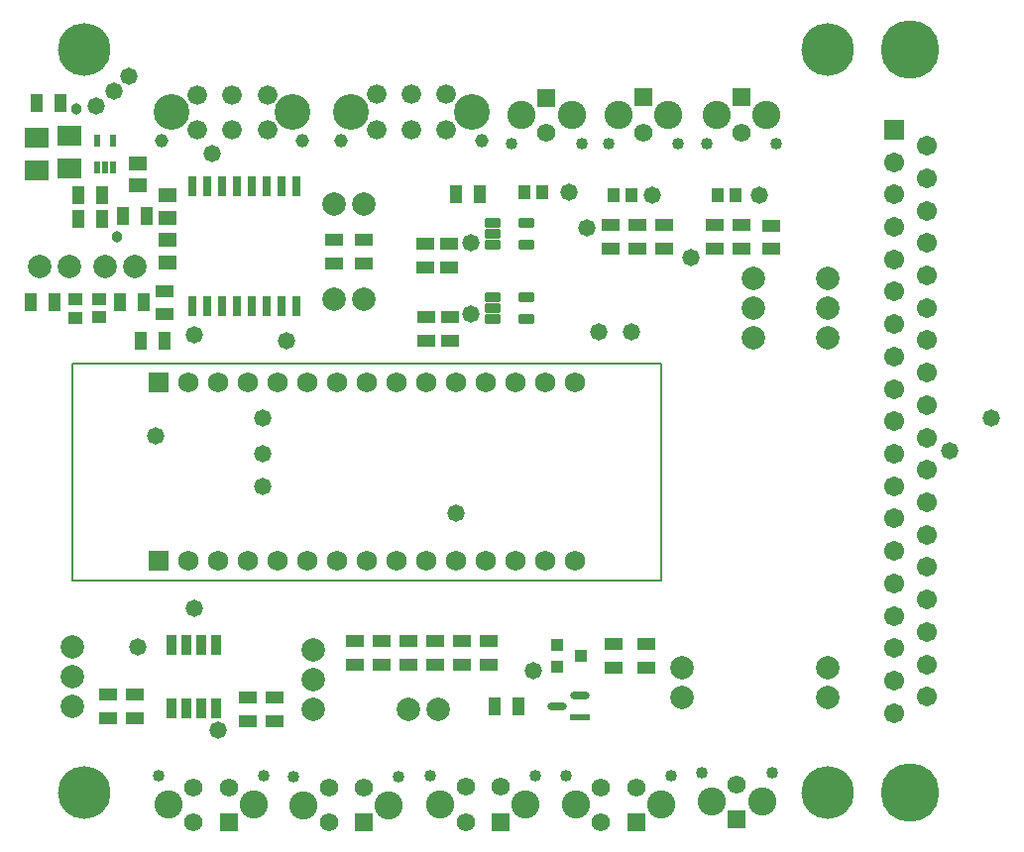
<source format=gts>
G04*
G04 #@! TF.GenerationSoftware,Altium Limited,Altium Designer,23.1.1 (15)*
G04*
G04 Layer_Color=8388736*
%FSLAX25Y25*%
%MOIN*%
G70*
G04*
G04 #@! TF.SameCoordinates,8C77E051-C172-4F39-AE62-CDD73B8C3D6F*
G04*
G04*
G04 #@! TF.FilePolarity,Negative*
G04*
G01*
G75*
%ADD16C,0.00500*%
G04:AMPARAMS|DCode=21|XSize=65.3mil|YSize=24.68mil|CornerRadius=12.34mil|HoleSize=0mil|Usage=FLASHONLY|Rotation=180.000|XOffset=0mil|YOffset=0mil|HoleType=Round|Shape=RoundedRectangle|*
%AMROUNDEDRECTD21*
21,1,0.06530,0.00000,0,0,180.0*
21,1,0.04063,0.02468,0,0,180.0*
1,1,0.02468,-0.02031,0.00000*
1,1,0.02468,0.02031,0.00000*
1,1,0.02468,0.02031,0.00000*
1,1,0.02468,-0.02031,0.00000*
%
%ADD21ROUNDEDRECTD21*%
%ADD22R,0.06530X0.02468*%
%ADD32R,0.04343X0.06115*%
%ADD33R,0.02375X0.04343*%
%ADD34R,0.06115X0.04343*%
%ADD35R,0.03162X0.06706*%
%ADD36C,0.03800*%
%ADD37R,0.03359X0.06902*%
%ADD38R,0.07887X0.06509*%
%ADD39R,0.06312X0.04934*%
%ADD40R,0.04343X0.04540*%
G04:AMPARAMS|DCode=41|XSize=33.59mil|YSize=55.24mil|CornerRadius=5.92mil|HoleSize=0mil|Usage=FLASHONLY|Rotation=90.000|XOffset=0mil|YOffset=0mil|HoleType=Round|Shape=RoundedRectangle|*
%AMROUNDEDRECTD41*
21,1,0.03359,0.04341,0,0,90.0*
21,1,0.02175,0.05524,0,0,90.0*
1,1,0.01184,0.02170,0.01088*
1,1,0.01184,0.02170,-0.01088*
1,1,0.01184,-0.02170,-0.01088*
1,1,0.01184,-0.02170,0.01088*
%
%ADD41ROUNDEDRECTD41*%
%ADD42R,0.04343X0.03950*%
%ADD43R,0.04540X0.04343*%
%ADD44C,0.06584*%
%ADD45C,0.12057*%
%ADD46C,0.04616*%
%ADD47R,0.06824X0.06824*%
%ADD48C,0.06824*%
%ADD49C,0.07887*%
%ADD50C,0.04016*%
%ADD51C,0.06181*%
%ADD52R,0.06181X0.06181*%
%ADD53C,0.09488*%
%ADD54C,0.06706*%
%ADD55R,0.06706X0.06706*%
%ADD56C,0.19698*%
%ADD57C,0.17729*%
%ADD58C,0.05800*%
D16*
X21004Y96504D02*
X218996D01*
X21004D02*
Y169496D01*
X218996D01*
Y96504D02*
Y169496D01*
X21004Y96504D02*
X218996D01*
X21004D02*
Y169496D01*
X218996D01*
Y96504D02*
Y169496D01*
D21*
X184000Y54000D02*
D03*
X191691Y57602D02*
D03*
D22*
Y50398D02*
D03*
D32*
X17000Y257000D02*
D03*
X9126D02*
D03*
X51874Y177000D02*
D03*
X44000D02*
D03*
X38063Y219000D02*
D03*
X45937D02*
D03*
X23063Y218000D02*
D03*
X30937D02*
D03*
X23063Y226000D02*
D03*
X30937D02*
D03*
X158000Y226443D02*
D03*
X150126D02*
D03*
X171000Y54000D02*
D03*
X163126D02*
D03*
X37063Y190000D02*
D03*
X44937D02*
D03*
X14937D02*
D03*
X7063D02*
D03*
D33*
X29441Y244528D02*
D03*
X34559D02*
D03*
Y235472D02*
D03*
X32000D02*
D03*
X29441D02*
D03*
D34*
X161000Y75937D02*
D03*
Y68063D02*
D03*
X152000Y75937D02*
D03*
Y68063D02*
D03*
X143000Y75937D02*
D03*
Y68063D02*
D03*
X134000Y75937D02*
D03*
Y68063D02*
D03*
X125000Y75937D02*
D03*
Y68063D02*
D03*
X116000Y75937D02*
D03*
Y68063D02*
D03*
X214000Y75000D02*
D03*
Y67126D02*
D03*
X80000Y57000D02*
D03*
Y49126D02*
D03*
X42000Y58000D02*
D03*
Y50126D02*
D03*
X33000D02*
D03*
Y58000D02*
D03*
X89000Y49126D02*
D03*
Y57000D02*
D03*
X256000Y215874D02*
D03*
Y208000D02*
D03*
X237000Y208063D02*
D03*
Y215937D02*
D03*
X246000D02*
D03*
Y208063D02*
D03*
X202000Y208126D02*
D03*
Y216000D02*
D03*
X211000D02*
D03*
Y208126D02*
D03*
X220000D02*
D03*
Y216000D02*
D03*
X140000Y177126D02*
D03*
Y185000D02*
D03*
X148000Y177126D02*
D03*
Y185000D02*
D03*
X139740Y201866D02*
D03*
Y209740D02*
D03*
X147740Y201866D02*
D03*
Y209740D02*
D03*
X203000Y75000D02*
D03*
Y67126D02*
D03*
X52000Y186000D02*
D03*
Y193874D02*
D03*
X119000Y210937D02*
D03*
Y203063D02*
D03*
X109000Y210937D02*
D03*
Y203063D02*
D03*
D35*
X61500Y188842D02*
D03*
X66500D02*
D03*
X71500D02*
D03*
X76500D02*
D03*
X81500D02*
D03*
X86500D02*
D03*
X91500D02*
D03*
X96500D02*
D03*
X61500Y229157D02*
D03*
X66500D02*
D03*
X71500D02*
D03*
X76500D02*
D03*
X81500D02*
D03*
X86500D02*
D03*
X91500D02*
D03*
X96500D02*
D03*
D36*
X22500Y255000D02*
D03*
X36000Y212000D02*
D03*
D37*
X69500Y74630D02*
D03*
X64500D02*
D03*
X59500D02*
D03*
X54500D02*
D03*
X69500Y53370D02*
D03*
X64500D02*
D03*
X59500D02*
D03*
X54500D02*
D03*
D38*
X20000Y246000D02*
D03*
Y234976D02*
D03*
X9000Y234488D02*
D03*
Y245512D02*
D03*
D39*
X43000Y236740D02*
D03*
Y229260D02*
D03*
X53000Y211000D02*
D03*
Y203520D02*
D03*
Y218520D02*
D03*
Y226000D02*
D03*
D40*
X244102Y226000D02*
D03*
X238000D02*
D03*
X209102D02*
D03*
X203000D02*
D03*
X173000Y227000D02*
D03*
X179102D02*
D03*
D41*
X173807Y191740D02*
D03*
Y184260D02*
D03*
X162193D02*
D03*
Y188000D02*
D03*
Y191740D02*
D03*
Y216740D02*
D03*
Y213000D02*
D03*
Y209260D02*
D03*
X173807D02*
D03*
Y216740D02*
D03*
D42*
X184063Y74740D02*
D03*
Y67260D02*
D03*
X191937Y71000D02*
D03*
D43*
X22000Y184898D02*
D03*
Y191000D02*
D03*
X30000Y185000D02*
D03*
Y191102D02*
D03*
D44*
X62913Y259906D02*
D03*
X74724D02*
D03*
X86535D02*
D03*
X62913Y248095D02*
D03*
X74724D02*
D03*
X86535D02*
D03*
X123189Y260000D02*
D03*
X135000D02*
D03*
X146811D02*
D03*
X123189Y248189D02*
D03*
X135000D02*
D03*
X146811D02*
D03*
D45*
X54449Y254000D02*
D03*
X95000D02*
D03*
X114724Y254095D02*
D03*
X155276D02*
D03*
D46*
X51102Y244394D02*
D03*
X98346D02*
D03*
X111378Y244488D02*
D03*
X158622D02*
D03*
D47*
X50000Y103000D02*
D03*
Y163000D02*
D03*
D48*
X60000Y103000D02*
D03*
Y163000D02*
D03*
X70000Y103000D02*
D03*
Y163000D02*
D03*
X80000Y103000D02*
D03*
Y163000D02*
D03*
X90000Y103000D02*
D03*
Y163000D02*
D03*
X100000Y103000D02*
D03*
Y163000D02*
D03*
X110000Y103000D02*
D03*
Y163000D02*
D03*
X120000Y103000D02*
D03*
Y163000D02*
D03*
X130000Y103000D02*
D03*
Y163000D02*
D03*
X140000Y103000D02*
D03*
Y163000D02*
D03*
X150000Y103000D02*
D03*
Y163000D02*
D03*
X160000Y103000D02*
D03*
Y163000D02*
D03*
X170000Y103000D02*
D03*
Y163000D02*
D03*
X180000Y103000D02*
D03*
Y163000D02*
D03*
X190000Y103000D02*
D03*
Y163000D02*
D03*
D49*
X102000Y53000D02*
D03*
Y63000D02*
D03*
Y73000D02*
D03*
X21000Y54000D02*
D03*
Y64000D02*
D03*
Y74000D02*
D03*
X144000Y53000D02*
D03*
X134000D02*
D03*
X109000Y223000D02*
D03*
X119000D02*
D03*
X250000Y198000D02*
D03*
Y188000D02*
D03*
Y178000D02*
D03*
X119000Y191000D02*
D03*
X109000D02*
D03*
X226000Y67000D02*
D03*
Y57000D02*
D03*
X275000Y67000D02*
D03*
Y57000D02*
D03*
Y178000D02*
D03*
Y188000D02*
D03*
Y198000D02*
D03*
X42000Y202000D02*
D03*
X32000D02*
D03*
X10000D02*
D03*
X20000D02*
D03*
D50*
X95378Y30512D02*
D03*
X130811D02*
D03*
X256276Y31606D02*
D03*
X232653D02*
D03*
X192276Y243394D02*
D03*
X168654D02*
D03*
X85347Y30606D02*
D03*
X49913D02*
D03*
X176811Y30701D02*
D03*
X141378D02*
D03*
X201189Y243488D02*
D03*
X224811D02*
D03*
X234189D02*
D03*
X257811D02*
D03*
X186913Y30606D02*
D03*
X222346D02*
D03*
D51*
X107189Y26811D02*
D03*
X119000D02*
D03*
X107189Y15000D02*
D03*
X244465Y27905D02*
D03*
X180465Y247094D02*
D03*
X61724Y15094D02*
D03*
X73535Y26906D02*
D03*
X61724D02*
D03*
X153189Y15189D02*
D03*
X165000Y27000D02*
D03*
X153189D02*
D03*
X213000Y247189D02*
D03*
X246000D02*
D03*
X198724Y26906D02*
D03*
X210535D02*
D03*
X198724Y15094D02*
D03*
D52*
X119000Y15000D02*
D03*
X244465Y16094D02*
D03*
X180465Y258906D02*
D03*
X73535Y15094D02*
D03*
X165000Y15189D02*
D03*
X213000Y259000D02*
D03*
X246000D02*
D03*
X210535Y15094D02*
D03*
D53*
X127465Y20906D02*
D03*
X98724D02*
D03*
X252929Y22000D02*
D03*
X236000D02*
D03*
X188929Y253000D02*
D03*
X172000D02*
D03*
X53260Y21000D02*
D03*
X82000D02*
D03*
X144724Y21094D02*
D03*
X173465D02*
D03*
X204535Y253095D02*
D03*
X221465D02*
D03*
X237535D02*
D03*
X254465D02*
D03*
X219000Y21000D02*
D03*
X190260D02*
D03*
D54*
X297244Y226339D02*
D03*
Y215433D02*
D03*
Y237244D02*
D03*
Y204528D02*
D03*
Y193622D02*
D03*
Y182717D02*
D03*
Y171811D02*
D03*
Y160906D02*
D03*
Y150000D02*
D03*
Y139094D02*
D03*
Y128189D02*
D03*
Y117283D02*
D03*
Y106378D02*
D03*
Y95473D02*
D03*
Y84567D02*
D03*
Y73661D02*
D03*
Y62756D02*
D03*
Y51850D02*
D03*
X308425Y242697D02*
D03*
Y231791D02*
D03*
Y220886D02*
D03*
Y209980D02*
D03*
Y199075D02*
D03*
Y188169D02*
D03*
Y177264D02*
D03*
Y166358D02*
D03*
Y155453D02*
D03*
Y144547D02*
D03*
Y133642D02*
D03*
Y122736D02*
D03*
Y111831D02*
D03*
Y100925D02*
D03*
Y90020D02*
D03*
Y79114D02*
D03*
Y68209D02*
D03*
Y57303D02*
D03*
D55*
X297244Y248150D02*
D03*
D56*
X302835Y25000D02*
D03*
Y275000D02*
D03*
D57*
X275000D02*
D03*
X25000D02*
D03*
X275000Y25000D02*
D03*
X25000D02*
D03*
D58*
X176000Y66000D02*
D03*
X85000Y139000D02*
D03*
Y128000D02*
D03*
X49000Y145000D02*
D03*
X85000Y151000D02*
D03*
X62000Y87000D02*
D03*
X93000Y177000D02*
D03*
X43000Y74000D02*
D03*
X70000Y46000D02*
D03*
X68000Y240000D02*
D03*
X150000Y119000D02*
D03*
X194000Y215000D02*
D03*
X330000Y151000D02*
D03*
X316000Y140000D02*
D03*
X229000Y205000D02*
D03*
X209000Y180000D02*
D03*
X198000D02*
D03*
X252000Y226000D02*
D03*
X29000Y256000D02*
D03*
X216000Y226000D02*
D03*
X188000Y227000D02*
D03*
X154911Y186089D02*
D03*
X155000Y210000D02*
D03*
X62000Y179000D02*
D03*
X35000Y261000D02*
D03*
X40000Y266000D02*
D03*
M02*

</source>
